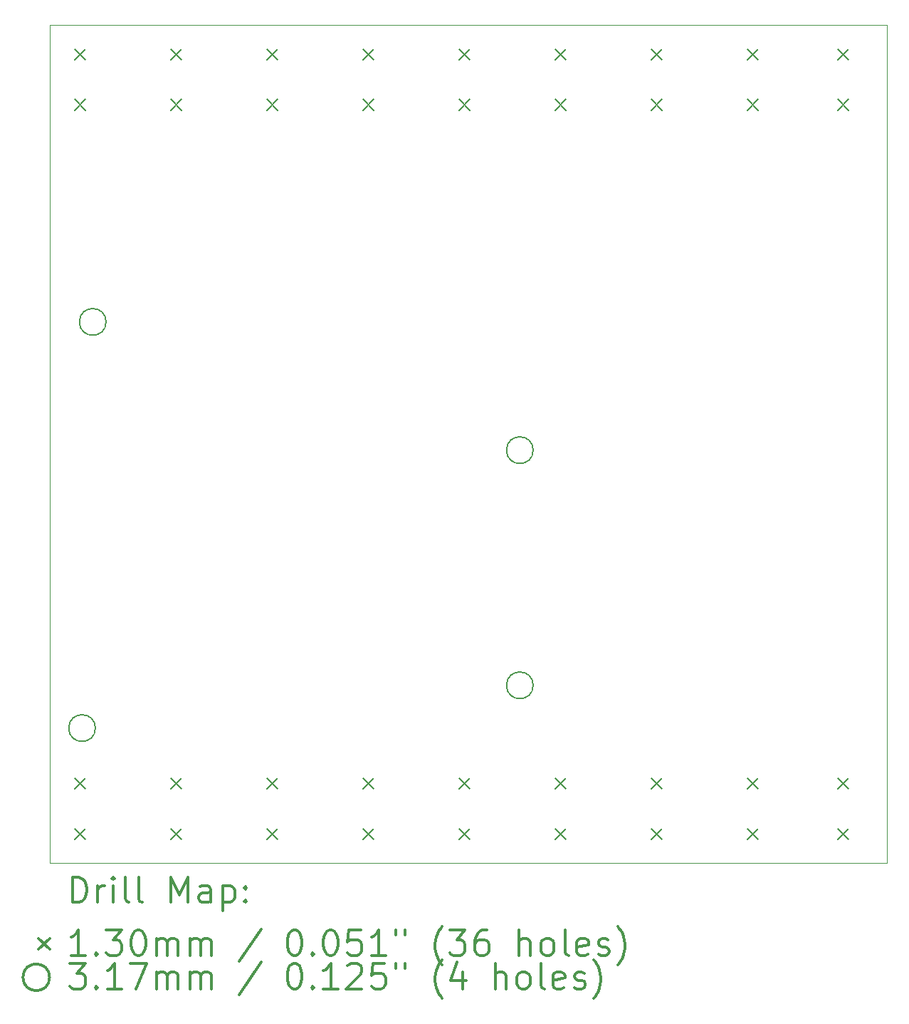
<source format=gbr>
%FSLAX45Y45*%
G04 Gerber Fmt 4.5, Leading zero omitted, Abs format (unit mm)*
G04 Created by KiCad (PCBNEW (2014-12-08 BZR 5317)-product) date sam. 06 juin 2015 11:44:37 CEST*
%MOMM*%
G01*
G04 APERTURE LIST*
%ADD10C,0.127000*%
%ADD11C,0.100000*%
%ADD12C,0.200000*%
%ADD13C,0.300000*%
G04 APERTURE END LIST*
D10*
D11*
X9804400Y-15417800D02*
X9804400Y-5461000D01*
X19761200Y-15417800D02*
X9804400Y-15417800D01*
X19761200Y-5461000D02*
X19761200Y-15417800D01*
X9804400Y-5461000D02*
X19761200Y-5461000D01*
D12*
X10095000Y-5748000D02*
X10225000Y-5878000D01*
X10225000Y-5748000D02*
X10095000Y-5878000D01*
X10095000Y-6348000D02*
X10225000Y-6478000D01*
X10225000Y-6348000D02*
X10095000Y-6478000D01*
X10095000Y-14413500D02*
X10225000Y-14543500D01*
X10225000Y-14413500D02*
X10095000Y-14543500D01*
X10095000Y-15013500D02*
X10225000Y-15143500D01*
X10225000Y-15013500D02*
X10095000Y-15143500D01*
X11238000Y-5748000D02*
X11368000Y-5878000D01*
X11368000Y-5748000D02*
X11238000Y-5878000D01*
X11238000Y-6348000D02*
X11368000Y-6478000D01*
X11368000Y-6348000D02*
X11238000Y-6478000D01*
X11238000Y-14413500D02*
X11368000Y-14543500D01*
X11368000Y-14413500D02*
X11238000Y-14543500D01*
X11238000Y-15013500D02*
X11368000Y-15143500D01*
X11368000Y-15013500D02*
X11238000Y-15143500D01*
X12381000Y-5748000D02*
X12511000Y-5878000D01*
X12511000Y-5748000D02*
X12381000Y-5878000D01*
X12381000Y-6348000D02*
X12511000Y-6478000D01*
X12511000Y-6348000D02*
X12381000Y-6478000D01*
X12381000Y-14413500D02*
X12511000Y-14543500D01*
X12511000Y-14413500D02*
X12381000Y-14543500D01*
X12381000Y-15013500D02*
X12511000Y-15143500D01*
X12511000Y-15013500D02*
X12381000Y-15143500D01*
X13524000Y-5748000D02*
X13654000Y-5878000D01*
X13654000Y-5748000D02*
X13524000Y-5878000D01*
X13524000Y-6348000D02*
X13654000Y-6478000D01*
X13654000Y-6348000D02*
X13524000Y-6478000D01*
X13524000Y-14413500D02*
X13654000Y-14543500D01*
X13654000Y-14413500D02*
X13524000Y-14543500D01*
X13524000Y-15013500D02*
X13654000Y-15143500D01*
X13654000Y-15013500D02*
X13524000Y-15143500D01*
X14667000Y-5748000D02*
X14797000Y-5878000D01*
X14797000Y-5748000D02*
X14667000Y-5878000D01*
X14667000Y-6348000D02*
X14797000Y-6478000D01*
X14797000Y-6348000D02*
X14667000Y-6478000D01*
X14667000Y-14413500D02*
X14797000Y-14543500D01*
X14797000Y-14413500D02*
X14667000Y-14543500D01*
X14667000Y-15013500D02*
X14797000Y-15143500D01*
X14797000Y-15013500D02*
X14667000Y-15143500D01*
X15810000Y-5748000D02*
X15940000Y-5878000D01*
X15940000Y-5748000D02*
X15810000Y-5878000D01*
X15810000Y-6348000D02*
X15940000Y-6478000D01*
X15940000Y-6348000D02*
X15810000Y-6478000D01*
X15810000Y-14413500D02*
X15940000Y-14543500D01*
X15940000Y-14413500D02*
X15810000Y-14543500D01*
X15810000Y-15013500D02*
X15940000Y-15143500D01*
X15940000Y-15013500D02*
X15810000Y-15143500D01*
X16953000Y-5748000D02*
X17083000Y-5878000D01*
X17083000Y-5748000D02*
X16953000Y-5878000D01*
X16953000Y-6348000D02*
X17083000Y-6478000D01*
X17083000Y-6348000D02*
X16953000Y-6478000D01*
X16953000Y-14413500D02*
X17083000Y-14543500D01*
X17083000Y-14413500D02*
X16953000Y-14543500D01*
X16953000Y-15013500D02*
X17083000Y-15143500D01*
X17083000Y-15013500D02*
X16953000Y-15143500D01*
X18096000Y-5748000D02*
X18226000Y-5878000D01*
X18226000Y-5748000D02*
X18096000Y-5878000D01*
X18096000Y-6348000D02*
X18226000Y-6478000D01*
X18226000Y-6348000D02*
X18096000Y-6478000D01*
X18096000Y-14413500D02*
X18226000Y-14543500D01*
X18226000Y-14413500D02*
X18096000Y-14543500D01*
X18096000Y-15013500D02*
X18226000Y-15143500D01*
X18226000Y-15013500D02*
X18096000Y-15143500D01*
X19175500Y-5748000D02*
X19305500Y-5878000D01*
X19305500Y-5748000D02*
X19175500Y-5878000D01*
X19175500Y-6348000D02*
X19305500Y-6478000D01*
X19305500Y-6348000D02*
X19175500Y-6478000D01*
X19175500Y-14413500D02*
X19305500Y-14543500D01*
X19305500Y-14413500D02*
X19175500Y-14543500D01*
X19175500Y-15013500D02*
X19305500Y-15143500D01*
X19305500Y-15013500D02*
X19175500Y-15143500D01*
X10344150Y-13817600D02*
G75*
G03X10344150Y-13817600I-158750J0D01*
G01*
X10471150Y-8991600D02*
G75*
G03X10471150Y-8991600I-158750J0D01*
G01*
X15551150Y-10515600D02*
G75*
G03X15551150Y-10515600I-158750J0D01*
G01*
X15551150Y-13309600D02*
G75*
G03X15551150Y-13309600I-158750J0D01*
G01*
D13*
X10070829Y-15888514D02*
X10070829Y-15588514D01*
X10142257Y-15588514D01*
X10185114Y-15602800D01*
X10213686Y-15631371D01*
X10227971Y-15659943D01*
X10242257Y-15717086D01*
X10242257Y-15759943D01*
X10227971Y-15817086D01*
X10213686Y-15845657D01*
X10185114Y-15874229D01*
X10142257Y-15888514D01*
X10070829Y-15888514D01*
X10370829Y-15888514D02*
X10370829Y-15688514D01*
X10370829Y-15745657D02*
X10385114Y-15717086D01*
X10399400Y-15702800D01*
X10427971Y-15688514D01*
X10456543Y-15688514D01*
X10556543Y-15888514D02*
X10556543Y-15688514D01*
X10556543Y-15588514D02*
X10542257Y-15602800D01*
X10556543Y-15617086D01*
X10570829Y-15602800D01*
X10556543Y-15588514D01*
X10556543Y-15617086D01*
X10742257Y-15888514D02*
X10713686Y-15874229D01*
X10699400Y-15845657D01*
X10699400Y-15588514D01*
X10899400Y-15888514D02*
X10870829Y-15874229D01*
X10856543Y-15845657D01*
X10856543Y-15588514D01*
X11242257Y-15888514D02*
X11242257Y-15588514D01*
X11342257Y-15802800D01*
X11442257Y-15588514D01*
X11442257Y-15888514D01*
X11713686Y-15888514D02*
X11713686Y-15731371D01*
X11699400Y-15702800D01*
X11670828Y-15688514D01*
X11613686Y-15688514D01*
X11585114Y-15702800D01*
X11713686Y-15874229D02*
X11685114Y-15888514D01*
X11613686Y-15888514D01*
X11585114Y-15874229D01*
X11570828Y-15845657D01*
X11570828Y-15817086D01*
X11585114Y-15788514D01*
X11613686Y-15774229D01*
X11685114Y-15774229D01*
X11713686Y-15759943D01*
X11856543Y-15688514D02*
X11856543Y-15988514D01*
X11856543Y-15702800D02*
X11885114Y-15688514D01*
X11942257Y-15688514D01*
X11970828Y-15702800D01*
X11985114Y-15717086D01*
X11999400Y-15745657D01*
X11999400Y-15831371D01*
X11985114Y-15859943D01*
X11970828Y-15874229D01*
X11942257Y-15888514D01*
X11885114Y-15888514D01*
X11856543Y-15874229D01*
X12127971Y-15859943D02*
X12142257Y-15874229D01*
X12127971Y-15888514D01*
X12113686Y-15874229D01*
X12127971Y-15859943D01*
X12127971Y-15888514D01*
X12127971Y-15702800D02*
X12142257Y-15717086D01*
X12127971Y-15731371D01*
X12113686Y-15717086D01*
X12127971Y-15702800D01*
X12127971Y-15731371D01*
X9669400Y-16317800D02*
X9799400Y-16447800D01*
X9799400Y-16317800D02*
X9669400Y-16447800D01*
X10227971Y-16518514D02*
X10056543Y-16518514D01*
X10142257Y-16518514D02*
X10142257Y-16218514D01*
X10113686Y-16261371D01*
X10085114Y-16289943D01*
X10056543Y-16304229D01*
X10356543Y-16489943D02*
X10370829Y-16504229D01*
X10356543Y-16518514D01*
X10342257Y-16504229D01*
X10356543Y-16489943D01*
X10356543Y-16518514D01*
X10470828Y-16218514D02*
X10656543Y-16218514D01*
X10556543Y-16332800D01*
X10599400Y-16332800D01*
X10627971Y-16347086D01*
X10642257Y-16361371D01*
X10656543Y-16389943D01*
X10656543Y-16461371D01*
X10642257Y-16489943D01*
X10627971Y-16504229D01*
X10599400Y-16518514D01*
X10513686Y-16518514D01*
X10485114Y-16504229D01*
X10470828Y-16489943D01*
X10842257Y-16218514D02*
X10870829Y-16218514D01*
X10899400Y-16232800D01*
X10913686Y-16247086D01*
X10927971Y-16275657D01*
X10942257Y-16332800D01*
X10942257Y-16404229D01*
X10927971Y-16461371D01*
X10913686Y-16489943D01*
X10899400Y-16504229D01*
X10870829Y-16518514D01*
X10842257Y-16518514D01*
X10813686Y-16504229D01*
X10799400Y-16489943D01*
X10785114Y-16461371D01*
X10770829Y-16404229D01*
X10770829Y-16332800D01*
X10785114Y-16275657D01*
X10799400Y-16247086D01*
X10813686Y-16232800D01*
X10842257Y-16218514D01*
X11070829Y-16518514D02*
X11070829Y-16318514D01*
X11070829Y-16347086D02*
X11085114Y-16332800D01*
X11113686Y-16318514D01*
X11156543Y-16318514D01*
X11185114Y-16332800D01*
X11199400Y-16361371D01*
X11199400Y-16518514D01*
X11199400Y-16361371D02*
X11213686Y-16332800D01*
X11242257Y-16318514D01*
X11285114Y-16318514D01*
X11313686Y-16332800D01*
X11327971Y-16361371D01*
X11327971Y-16518514D01*
X11470828Y-16518514D02*
X11470828Y-16318514D01*
X11470828Y-16347086D02*
X11485114Y-16332800D01*
X11513686Y-16318514D01*
X11556543Y-16318514D01*
X11585114Y-16332800D01*
X11599400Y-16361371D01*
X11599400Y-16518514D01*
X11599400Y-16361371D02*
X11613686Y-16332800D01*
X11642257Y-16318514D01*
X11685114Y-16318514D01*
X11713686Y-16332800D01*
X11727971Y-16361371D01*
X11727971Y-16518514D01*
X12313686Y-16204229D02*
X12056543Y-16589943D01*
X12699400Y-16218514D02*
X12727971Y-16218514D01*
X12756543Y-16232800D01*
X12770828Y-16247086D01*
X12785114Y-16275657D01*
X12799400Y-16332800D01*
X12799400Y-16404229D01*
X12785114Y-16461371D01*
X12770828Y-16489943D01*
X12756543Y-16504229D01*
X12727971Y-16518514D01*
X12699400Y-16518514D01*
X12670828Y-16504229D01*
X12656543Y-16489943D01*
X12642257Y-16461371D01*
X12627971Y-16404229D01*
X12627971Y-16332800D01*
X12642257Y-16275657D01*
X12656543Y-16247086D01*
X12670828Y-16232800D01*
X12699400Y-16218514D01*
X12927971Y-16489943D02*
X12942257Y-16504229D01*
X12927971Y-16518514D01*
X12913686Y-16504229D01*
X12927971Y-16489943D01*
X12927971Y-16518514D01*
X13127971Y-16218514D02*
X13156543Y-16218514D01*
X13185114Y-16232800D01*
X13199400Y-16247086D01*
X13213685Y-16275657D01*
X13227971Y-16332800D01*
X13227971Y-16404229D01*
X13213685Y-16461371D01*
X13199400Y-16489943D01*
X13185114Y-16504229D01*
X13156543Y-16518514D01*
X13127971Y-16518514D01*
X13099400Y-16504229D01*
X13085114Y-16489943D01*
X13070828Y-16461371D01*
X13056543Y-16404229D01*
X13056543Y-16332800D01*
X13070828Y-16275657D01*
X13085114Y-16247086D01*
X13099400Y-16232800D01*
X13127971Y-16218514D01*
X13499400Y-16218514D02*
X13356543Y-16218514D01*
X13342257Y-16361371D01*
X13356543Y-16347086D01*
X13385114Y-16332800D01*
X13456543Y-16332800D01*
X13485114Y-16347086D01*
X13499400Y-16361371D01*
X13513685Y-16389943D01*
X13513685Y-16461371D01*
X13499400Y-16489943D01*
X13485114Y-16504229D01*
X13456543Y-16518514D01*
X13385114Y-16518514D01*
X13356543Y-16504229D01*
X13342257Y-16489943D01*
X13799400Y-16518514D02*
X13627971Y-16518514D01*
X13713685Y-16518514D02*
X13713685Y-16218514D01*
X13685114Y-16261371D01*
X13656543Y-16289943D01*
X13627971Y-16304229D01*
X13913686Y-16218514D02*
X13913686Y-16275657D01*
X14027971Y-16218514D02*
X14027971Y-16275657D01*
X14470828Y-16632800D02*
X14456543Y-16618514D01*
X14427971Y-16575657D01*
X14413685Y-16547086D01*
X14399400Y-16504229D01*
X14385114Y-16432800D01*
X14385114Y-16375657D01*
X14399400Y-16304229D01*
X14413685Y-16261371D01*
X14427971Y-16232800D01*
X14456543Y-16189943D01*
X14470828Y-16175657D01*
X14556543Y-16218514D02*
X14742257Y-16218514D01*
X14642257Y-16332800D01*
X14685114Y-16332800D01*
X14713685Y-16347086D01*
X14727971Y-16361371D01*
X14742257Y-16389943D01*
X14742257Y-16461371D01*
X14727971Y-16489943D01*
X14713685Y-16504229D01*
X14685114Y-16518514D01*
X14599400Y-16518514D01*
X14570828Y-16504229D01*
X14556543Y-16489943D01*
X14999400Y-16218514D02*
X14942257Y-16218514D01*
X14913685Y-16232800D01*
X14899400Y-16247086D01*
X14870828Y-16289943D01*
X14856543Y-16347086D01*
X14856543Y-16461371D01*
X14870828Y-16489943D01*
X14885114Y-16504229D01*
X14913685Y-16518514D01*
X14970828Y-16518514D01*
X14999400Y-16504229D01*
X15013685Y-16489943D01*
X15027971Y-16461371D01*
X15027971Y-16389943D01*
X15013685Y-16361371D01*
X14999400Y-16347086D01*
X14970828Y-16332800D01*
X14913685Y-16332800D01*
X14885114Y-16347086D01*
X14870828Y-16361371D01*
X14856543Y-16389943D01*
X15385114Y-16518514D02*
X15385114Y-16218514D01*
X15513685Y-16518514D02*
X15513685Y-16361371D01*
X15499400Y-16332800D01*
X15470828Y-16318514D01*
X15427971Y-16318514D01*
X15399400Y-16332800D01*
X15385114Y-16347086D01*
X15699400Y-16518514D02*
X15670828Y-16504229D01*
X15656543Y-16489943D01*
X15642257Y-16461371D01*
X15642257Y-16375657D01*
X15656543Y-16347086D01*
X15670828Y-16332800D01*
X15699400Y-16318514D01*
X15742257Y-16318514D01*
X15770828Y-16332800D01*
X15785114Y-16347086D01*
X15799400Y-16375657D01*
X15799400Y-16461371D01*
X15785114Y-16489943D01*
X15770828Y-16504229D01*
X15742257Y-16518514D01*
X15699400Y-16518514D01*
X15970828Y-16518514D02*
X15942257Y-16504229D01*
X15927971Y-16475657D01*
X15927971Y-16218514D01*
X16199400Y-16504229D02*
X16170828Y-16518514D01*
X16113686Y-16518514D01*
X16085114Y-16504229D01*
X16070828Y-16475657D01*
X16070828Y-16361371D01*
X16085114Y-16332800D01*
X16113686Y-16318514D01*
X16170828Y-16318514D01*
X16199400Y-16332800D01*
X16213686Y-16361371D01*
X16213686Y-16389943D01*
X16070828Y-16418514D01*
X16327971Y-16504229D02*
X16356543Y-16518514D01*
X16413686Y-16518514D01*
X16442257Y-16504229D01*
X16456543Y-16475657D01*
X16456543Y-16461371D01*
X16442257Y-16432800D01*
X16413686Y-16418514D01*
X16370828Y-16418514D01*
X16342257Y-16404229D01*
X16327971Y-16375657D01*
X16327971Y-16361371D01*
X16342257Y-16332800D01*
X16370828Y-16318514D01*
X16413686Y-16318514D01*
X16442257Y-16332800D01*
X16556543Y-16632800D02*
X16570828Y-16618514D01*
X16599400Y-16575657D01*
X16613686Y-16547086D01*
X16627971Y-16504229D01*
X16642257Y-16432800D01*
X16642257Y-16375657D01*
X16627971Y-16304229D01*
X16613686Y-16261371D01*
X16599400Y-16232800D01*
X16570828Y-16189943D01*
X16556543Y-16175657D01*
X9799400Y-16778800D02*
G75*
G03X9799400Y-16778800I-158750J0D01*
G01*
X10042257Y-16614514D02*
X10227971Y-16614514D01*
X10127971Y-16728800D01*
X10170829Y-16728800D01*
X10199400Y-16743086D01*
X10213686Y-16757371D01*
X10227971Y-16785943D01*
X10227971Y-16857372D01*
X10213686Y-16885943D01*
X10199400Y-16900229D01*
X10170829Y-16914514D01*
X10085114Y-16914514D01*
X10056543Y-16900229D01*
X10042257Y-16885943D01*
X10356543Y-16885943D02*
X10370829Y-16900229D01*
X10356543Y-16914514D01*
X10342257Y-16900229D01*
X10356543Y-16885943D01*
X10356543Y-16914514D01*
X10656543Y-16914514D02*
X10485114Y-16914514D01*
X10570828Y-16914514D02*
X10570828Y-16614514D01*
X10542257Y-16657371D01*
X10513686Y-16685943D01*
X10485114Y-16700229D01*
X10756543Y-16614514D02*
X10956543Y-16614514D01*
X10827971Y-16914514D01*
X11070829Y-16914514D02*
X11070829Y-16714514D01*
X11070829Y-16743086D02*
X11085114Y-16728800D01*
X11113686Y-16714514D01*
X11156543Y-16714514D01*
X11185114Y-16728800D01*
X11199400Y-16757371D01*
X11199400Y-16914514D01*
X11199400Y-16757371D02*
X11213686Y-16728800D01*
X11242257Y-16714514D01*
X11285114Y-16714514D01*
X11313686Y-16728800D01*
X11327971Y-16757371D01*
X11327971Y-16914514D01*
X11470828Y-16914514D02*
X11470828Y-16714514D01*
X11470828Y-16743086D02*
X11485114Y-16728800D01*
X11513686Y-16714514D01*
X11556543Y-16714514D01*
X11585114Y-16728800D01*
X11599400Y-16757371D01*
X11599400Y-16914514D01*
X11599400Y-16757371D02*
X11613686Y-16728800D01*
X11642257Y-16714514D01*
X11685114Y-16714514D01*
X11713686Y-16728800D01*
X11727971Y-16757371D01*
X11727971Y-16914514D01*
X12313686Y-16600229D02*
X12056543Y-16985943D01*
X12699400Y-16614514D02*
X12727971Y-16614514D01*
X12756543Y-16628800D01*
X12770828Y-16643086D01*
X12785114Y-16671657D01*
X12799400Y-16728800D01*
X12799400Y-16800229D01*
X12785114Y-16857372D01*
X12770828Y-16885943D01*
X12756543Y-16900229D01*
X12727971Y-16914514D01*
X12699400Y-16914514D01*
X12670828Y-16900229D01*
X12656543Y-16885943D01*
X12642257Y-16857372D01*
X12627971Y-16800229D01*
X12627971Y-16728800D01*
X12642257Y-16671657D01*
X12656543Y-16643086D01*
X12670828Y-16628800D01*
X12699400Y-16614514D01*
X12927971Y-16885943D02*
X12942257Y-16900229D01*
X12927971Y-16914514D01*
X12913686Y-16900229D01*
X12927971Y-16885943D01*
X12927971Y-16914514D01*
X13227971Y-16914514D02*
X13056543Y-16914514D01*
X13142257Y-16914514D02*
X13142257Y-16614514D01*
X13113685Y-16657371D01*
X13085114Y-16685943D01*
X13056543Y-16700229D01*
X13342257Y-16643086D02*
X13356543Y-16628800D01*
X13385114Y-16614514D01*
X13456543Y-16614514D01*
X13485114Y-16628800D01*
X13499400Y-16643086D01*
X13513685Y-16671657D01*
X13513685Y-16700229D01*
X13499400Y-16743086D01*
X13327971Y-16914514D01*
X13513685Y-16914514D01*
X13785114Y-16614514D02*
X13642257Y-16614514D01*
X13627971Y-16757371D01*
X13642257Y-16743086D01*
X13670828Y-16728800D01*
X13742257Y-16728800D01*
X13770828Y-16743086D01*
X13785114Y-16757371D01*
X13799400Y-16785943D01*
X13799400Y-16857372D01*
X13785114Y-16885943D01*
X13770828Y-16900229D01*
X13742257Y-16914514D01*
X13670828Y-16914514D01*
X13642257Y-16900229D01*
X13627971Y-16885943D01*
X13913686Y-16614514D02*
X13913686Y-16671657D01*
X14027971Y-16614514D02*
X14027971Y-16671657D01*
X14470828Y-17028800D02*
X14456543Y-17014514D01*
X14427971Y-16971657D01*
X14413685Y-16943086D01*
X14399400Y-16900229D01*
X14385114Y-16828800D01*
X14385114Y-16771657D01*
X14399400Y-16700229D01*
X14413685Y-16657371D01*
X14427971Y-16628800D01*
X14456543Y-16585943D01*
X14470828Y-16571657D01*
X14713685Y-16714514D02*
X14713685Y-16914514D01*
X14642257Y-16600229D02*
X14570828Y-16814514D01*
X14756543Y-16814514D01*
X15099400Y-16914514D02*
X15099400Y-16614514D01*
X15227971Y-16914514D02*
X15227971Y-16757371D01*
X15213685Y-16728800D01*
X15185114Y-16714514D01*
X15142257Y-16714514D01*
X15113685Y-16728800D01*
X15099400Y-16743086D01*
X15413685Y-16914514D02*
X15385114Y-16900229D01*
X15370828Y-16885943D01*
X15356543Y-16857372D01*
X15356543Y-16771657D01*
X15370828Y-16743086D01*
X15385114Y-16728800D01*
X15413685Y-16714514D01*
X15456543Y-16714514D01*
X15485114Y-16728800D01*
X15499400Y-16743086D01*
X15513685Y-16771657D01*
X15513685Y-16857372D01*
X15499400Y-16885943D01*
X15485114Y-16900229D01*
X15456543Y-16914514D01*
X15413685Y-16914514D01*
X15685114Y-16914514D02*
X15656543Y-16900229D01*
X15642257Y-16871657D01*
X15642257Y-16614514D01*
X15913686Y-16900229D02*
X15885114Y-16914514D01*
X15827971Y-16914514D01*
X15799400Y-16900229D01*
X15785114Y-16871657D01*
X15785114Y-16757371D01*
X15799400Y-16728800D01*
X15827971Y-16714514D01*
X15885114Y-16714514D01*
X15913686Y-16728800D01*
X15927971Y-16757371D01*
X15927971Y-16785943D01*
X15785114Y-16814514D01*
X16042257Y-16900229D02*
X16070828Y-16914514D01*
X16127971Y-16914514D01*
X16156543Y-16900229D01*
X16170828Y-16871657D01*
X16170828Y-16857372D01*
X16156543Y-16828800D01*
X16127971Y-16814514D01*
X16085114Y-16814514D01*
X16056543Y-16800229D01*
X16042257Y-16771657D01*
X16042257Y-16757371D01*
X16056543Y-16728800D01*
X16085114Y-16714514D01*
X16127971Y-16714514D01*
X16156543Y-16728800D01*
X16270828Y-17028800D02*
X16285114Y-17014514D01*
X16313686Y-16971657D01*
X16327971Y-16943086D01*
X16342257Y-16900229D01*
X16356543Y-16828800D01*
X16356543Y-16771657D01*
X16342257Y-16700229D01*
X16327971Y-16657371D01*
X16313686Y-16628800D01*
X16285114Y-16585943D01*
X16270828Y-16571657D01*
M02*

</source>
